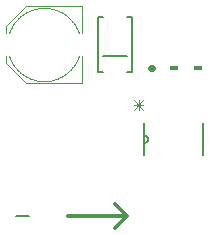
<source format=gbo>
G75*
%MOIN*%
%OFA0B0*%
%FSLAX25Y25*%
%IPPOS*%
%LPD*%
%AMOC8*
5,1,8,0,0,1.08239X$1,22.5*
%
%ADD10C,0.00600*%
%ADD11C,0.01200*%
%ADD12C,0.00300*%
%ADD13C,0.02200*%
%ADD14C,0.00800*%
%ADD15C,0.00400*%
%ADD16R,0.03000X0.01800*%
D10*
X0023774Y0015282D02*
X0028045Y0015282D01*
X0066503Y0035470D02*
X0066503Y0039670D01*
X0066503Y0042070D01*
X0066503Y0046270D01*
X0066503Y0042070D02*
X0066572Y0042068D01*
X0066640Y0042062D01*
X0066708Y0042052D01*
X0066775Y0042039D01*
X0066841Y0042021D01*
X0066906Y0042000D01*
X0066970Y0041975D01*
X0067032Y0041947D01*
X0067093Y0041915D01*
X0067152Y0041880D01*
X0067208Y0041841D01*
X0067263Y0041799D01*
X0067314Y0041754D01*
X0067364Y0041706D01*
X0067410Y0041656D01*
X0067453Y0041603D01*
X0067494Y0041547D01*
X0067531Y0041490D01*
X0067564Y0041430D01*
X0067595Y0041368D01*
X0067621Y0041305D01*
X0067644Y0041241D01*
X0067664Y0041175D01*
X0067679Y0041108D01*
X0067691Y0041041D01*
X0067699Y0040973D01*
X0067703Y0040904D01*
X0067703Y0040836D01*
X0067699Y0040767D01*
X0067691Y0040699D01*
X0067679Y0040632D01*
X0067664Y0040565D01*
X0067644Y0040499D01*
X0067621Y0040435D01*
X0067595Y0040372D01*
X0067564Y0040310D01*
X0067531Y0040250D01*
X0067494Y0040193D01*
X0067453Y0040137D01*
X0067410Y0040084D01*
X0067364Y0040034D01*
X0067314Y0039986D01*
X0067263Y0039941D01*
X0067208Y0039899D01*
X0067152Y0039860D01*
X0067093Y0039825D01*
X0067032Y0039793D01*
X0066970Y0039765D01*
X0066906Y0039740D01*
X0066841Y0039719D01*
X0066775Y0039701D01*
X0066708Y0039688D01*
X0066640Y0039678D01*
X0066572Y0039672D01*
X0066503Y0039670D01*
X0086103Y0035470D02*
X0086103Y0046270D01*
D11*
X0056618Y0019217D02*
X0060555Y0015280D01*
X0056618Y0011343D01*
X0060555Y0015280D02*
X0040870Y0015280D01*
D12*
X0063033Y0050584D02*
X0066169Y0053720D01*
X0066169Y0052152D02*
X0063033Y0052152D01*
X0063033Y0053720D02*
X0066169Y0050584D01*
X0064601Y0050584D02*
X0064601Y0053720D01*
D13*
X0068683Y0064492D02*
X0068923Y0064492D01*
D14*
X0062327Y0063311D02*
X0062327Y0081421D01*
X0060555Y0081421D01*
X0052681Y0081421D02*
X0050909Y0081421D01*
X0050909Y0063311D01*
X0052681Y0063311D01*
X0052681Y0068429D02*
X0060555Y0068429D01*
X0060555Y0063311D02*
X0062327Y0063311D01*
D15*
X0045791Y0059571D02*
X0045791Y0068626D01*
X0045791Y0076106D02*
X0045791Y0085161D01*
X0026894Y0085161D01*
X0020201Y0078469D01*
X0020201Y0076106D01*
X0020201Y0068626D02*
X0020201Y0066264D01*
X0026894Y0059571D01*
X0045791Y0059571D01*
X0044611Y0076106D02*
X0044516Y0076389D01*
X0044414Y0076670D01*
X0044305Y0076947D01*
X0044190Y0077223D01*
X0044068Y0077495D01*
X0043939Y0077764D01*
X0043804Y0078030D01*
X0043662Y0078292D01*
X0043514Y0078551D01*
X0043360Y0078807D01*
X0043199Y0079058D01*
X0043032Y0079306D01*
X0042860Y0079549D01*
X0042681Y0079788D01*
X0042497Y0080023D01*
X0042307Y0080253D01*
X0042111Y0080478D01*
X0041910Y0080698D01*
X0041704Y0080914D01*
X0041492Y0081124D01*
X0041276Y0081329D01*
X0041054Y0081529D01*
X0040827Y0081723D01*
X0040596Y0081912D01*
X0040361Y0082095D01*
X0040121Y0082272D01*
X0039876Y0082443D01*
X0039628Y0082608D01*
X0039375Y0082767D01*
X0039119Y0082920D01*
X0038859Y0083067D01*
X0038596Y0083207D01*
X0038329Y0083341D01*
X0038059Y0083468D01*
X0037786Y0083588D01*
X0037511Y0083702D01*
X0037232Y0083809D01*
X0036951Y0083909D01*
X0036668Y0084002D01*
X0036382Y0084089D01*
X0036094Y0084168D01*
X0035805Y0084240D01*
X0035514Y0084305D01*
X0035221Y0084363D01*
X0034927Y0084414D01*
X0034632Y0084458D01*
X0034336Y0084494D01*
X0034039Y0084523D01*
X0033741Y0084545D01*
X0033443Y0084560D01*
X0033145Y0084567D01*
X0032847Y0084567D01*
X0032549Y0084560D01*
X0032251Y0084545D01*
X0031953Y0084523D01*
X0031656Y0084494D01*
X0031360Y0084458D01*
X0031065Y0084414D01*
X0030771Y0084363D01*
X0030478Y0084305D01*
X0030187Y0084240D01*
X0029898Y0084168D01*
X0029610Y0084089D01*
X0029324Y0084002D01*
X0029041Y0083909D01*
X0028760Y0083809D01*
X0028481Y0083702D01*
X0028206Y0083588D01*
X0027933Y0083468D01*
X0027663Y0083341D01*
X0027396Y0083207D01*
X0027133Y0083067D01*
X0026873Y0082920D01*
X0026617Y0082767D01*
X0026364Y0082608D01*
X0026116Y0082443D01*
X0025871Y0082272D01*
X0025631Y0082095D01*
X0025396Y0081912D01*
X0025165Y0081723D01*
X0024938Y0081529D01*
X0024716Y0081329D01*
X0024500Y0081124D01*
X0024288Y0080914D01*
X0024082Y0080698D01*
X0023881Y0080478D01*
X0023685Y0080253D01*
X0023495Y0080023D01*
X0023311Y0079788D01*
X0023132Y0079549D01*
X0022960Y0079306D01*
X0022793Y0079058D01*
X0022632Y0078807D01*
X0022478Y0078551D01*
X0022330Y0078292D01*
X0022188Y0078030D01*
X0022053Y0077764D01*
X0021924Y0077495D01*
X0021802Y0077223D01*
X0021687Y0076947D01*
X0021578Y0076670D01*
X0021476Y0076389D01*
X0021381Y0076106D01*
X0021381Y0068626D02*
X0021476Y0068343D01*
X0021578Y0068062D01*
X0021687Y0067785D01*
X0021802Y0067509D01*
X0021924Y0067237D01*
X0022053Y0066968D01*
X0022188Y0066702D01*
X0022330Y0066440D01*
X0022478Y0066181D01*
X0022632Y0065925D01*
X0022793Y0065674D01*
X0022960Y0065426D01*
X0023132Y0065183D01*
X0023311Y0064944D01*
X0023495Y0064709D01*
X0023685Y0064479D01*
X0023881Y0064254D01*
X0024082Y0064034D01*
X0024288Y0063818D01*
X0024500Y0063608D01*
X0024716Y0063403D01*
X0024938Y0063203D01*
X0025165Y0063009D01*
X0025396Y0062820D01*
X0025631Y0062637D01*
X0025871Y0062460D01*
X0026116Y0062289D01*
X0026364Y0062124D01*
X0026617Y0061965D01*
X0026873Y0061812D01*
X0027133Y0061665D01*
X0027396Y0061525D01*
X0027663Y0061391D01*
X0027933Y0061264D01*
X0028206Y0061144D01*
X0028481Y0061030D01*
X0028760Y0060923D01*
X0029041Y0060823D01*
X0029324Y0060730D01*
X0029610Y0060643D01*
X0029898Y0060564D01*
X0030187Y0060492D01*
X0030478Y0060427D01*
X0030771Y0060369D01*
X0031065Y0060318D01*
X0031360Y0060274D01*
X0031656Y0060238D01*
X0031953Y0060209D01*
X0032251Y0060187D01*
X0032549Y0060172D01*
X0032847Y0060165D01*
X0033145Y0060165D01*
X0033443Y0060172D01*
X0033741Y0060187D01*
X0034039Y0060209D01*
X0034336Y0060238D01*
X0034632Y0060274D01*
X0034927Y0060318D01*
X0035221Y0060369D01*
X0035514Y0060427D01*
X0035805Y0060492D01*
X0036094Y0060564D01*
X0036382Y0060643D01*
X0036668Y0060730D01*
X0036951Y0060823D01*
X0037232Y0060923D01*
X0037511Y0061030D01*
X0037786Y0061144D01*
X0038059Y0061264D01*
X0038329Y0061391D01*
X0038596Y0061525D01*
X0038859Y0061665D01*
X0039119Y0061812D01*
X0039375Y0061965D01*
X0039628Y0062124D01*
X0039876Y0062289D01*
X0040121Y0062460D01*
X0040361Y0062637D01*
X0040596Y0062820D01*
X0040827Y0063009D01*
X0041054Y0063203D01*
X0041276Y0063403D01*
X0041492Y0063608D01*
X0041704Y0063818D01*
X0041910Y0064034D01*
X0042111Y0064254D01*
X0042307Y0064479D01*
X0042497Y0064709D01*
X0042681Y0064944D01*
X0042860Y0065183D01*
X0043032Y0065426D01*
X0043199Y0065674D01*
X0043360Y0065925D01*
X0043514Y0066181D01*
X0043662Y0066440D01*
X0043804Y0066702D01*
X0043939Y0066968D01*
X0044068Y0067237D01*
X0044190Y0067509D01*
X0044305Y0067785D01*
X0044414Y0068062D01*
X0044516Y0068343D01*
X0044611Y0068626D01*
D16*
X0076303Y0064492D03*
X0084177Y0064492D03*
M02*

</source>
